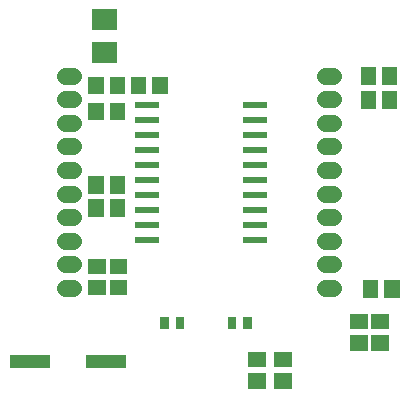
<source format=gbr>
G04 start of page 10 for group -4015 idx -4015 *
G04 Title: (unknown), toppaste *
G04 Creator: pcb 20091103 *
G04 CreationDate: Sun 30 Jan 2011 02:46:18 GMT UTC *
G04 For: thomas *
G04 Format: Gerber/RS-274X *
G04 PCB-Dimensions: 167323 163386 *
G04 PCB-Coordinate-Origin: lower left *
%MOIN*%
%FSLAX25Y25*%
%LNFRONTPASTE*%
%ADD15C,0.0550*%
%ADD20R,0.0512X0.0512*%
%ADD21R,0.0200X0.0200*%
%ADD22R,0.0690X0.0690*%
%ADD23R,0.0295X0.0295*%
%ADD24R,0.0430X0.0430*%
G54D20*X129123Y43701D02*X129909D01*
X129123Y36615D02*X129909D01*
X132678Y125983D02*Y125197D01*
X139764Y125983D02*Y125197D01*
X132678Y118109D02*Y117323D01*
X139764Y118109D02*Y117323D01*
X136221Y43701D02*X137007D01*
X136221Y36615D02*X137007D01*
X49026Y55130D02*X49812D01*
X49026Y62216D02*X49812D01*
G54D23*X92333Y43712D02*Y42728D01*
X87215Y43712D02*Y42728D01*
G54D20*X41940Y55130D02*X42726D01*
X41940Y62216D02*X42726D01*
G54D22*X44095Y133488D02*X45295D01*
X44095Y144488D02*X45295D01*
G54D20*X49026Y114185D02*Y113399D01*
X41940Y114185D02*Y113399D01*
G54D15*X31454Y54920D02*X34204D01*
X31454Y62794D02*X34204D01*
X31454Y70668D02*X34204D01*
X31454Y78542D02*X34204D01*
X31454Y86416D02*X34204D01*
X31454Y94289D02*X34204D01*
X31454Y102163D02*X34204D01*
X31454Y110037D02*X34204D01*
X31454Y117911D02*X34204D01*
X31454Y125785D02*X34204D01*
X118068D02*X120818D01*
X118068Y117911D02*X120818D01*
X118068Y110037D02*X120818D01*
X118068Y102163D02*X120818D01*
X118068Y94289D02*X120818D01*
X118068Y86416D02*X120818D01*
X118068Y78542D02*X120818D01*
X118068Y70668D02*X120818D01*
X118068Y62794D02*X120818D01*
X118068Y54920D02*X120818D01*
G54D21*X55868Y115850D02*X61868D01*
X55868Y110850D02*X61868D01*
X55868Y105850D02*X61868D01*
X55868Y100850D02*X61868D01*
X55868Y95850D02*X61868D01*
X55868Y90850D02*X61868D01*
X55868Y85850D02*X61868D01*
X55868Y80850D02*X61868D01*
X55868Y75850D02*X61868D01*
X55868Y70850D02*X61868D01*
X91868D02*X97868D01*
X91868Y75850D02*X97868D01*
X91868Y80850D02*X97868D01*
X91868Y85850D02*X97868D01*
X91868Y90850D02*X97868D01*
X91868Y95850D02*X97868D01*
X91868Y100850D02*X97868D01*
X91868Y105850D02*X97868D01*
X91868Y110850D02*X97868D01*
X91868Y115850D02*X97868D01*
G54D20*X49025Y122845D02*Y122059D01*
X41939Y122845D02*Y122059D01*
X56113Y122845D02*Y122059D01*
X63199Y122845D02*Y122059D01*
X49025Y81900D02*Y81114D01*
X41939Y81900D02*Y81114D01*
G54D24*X15295Y30602D02*X24295D01*
X40795D02*X49895D01*
G54D20*X41939Y89774D02*Y88988D01*
X49025Y89774D02*Y88988D01*
X95278Y24016D02*X96064D01*
X95278Y31102D02*X96064D01*
X103938Y24016D02*X104724D01*
X103938Y31102D02*X104724D01*
G54D23*X64774Y43712D02*Y42728D01*
X69892Y43712D02*Y42728D01*
G54D20*X133466Y55117D02*Y54331D01*
X140552Y55117D02*Y54331D01*
M02*

</source>
